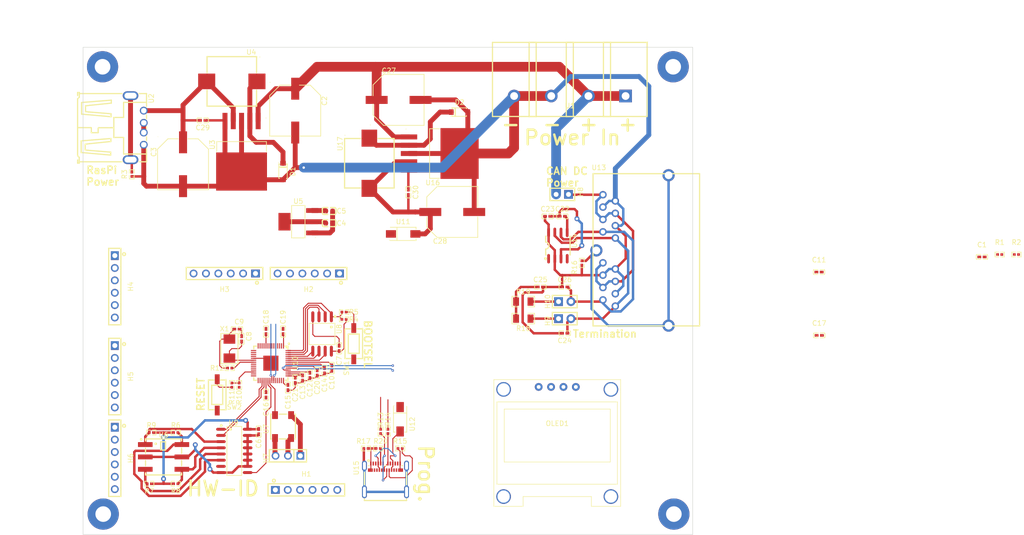
<source format=kicad_pcb>
(kicad_pcb (version 20221018) (generator pcbnew)
  (title_block (title "Dispensy Mainboard") (date "2024-01-12") (rev "0") (company "DrinkRobotics") (comment 1 "https://git.xythobuz.de/thomas/Dispensy") (comment 2 "Licensed under the CERN-OHL-S-2.0+") (comment 3 "PCB Thickness: 1mm") (comment 4 "Copyright (c) 2023 - 2024 Thomas Buck <thomas@xythobuz.de>"))
  (layers (0 "F.Cu" signal) (31 "B.Cu" signal) (34 "B.Paste" user) (35 "F.Paste" user) (36 "B.SilkS" user "B.Silkscreen") (37 "F.SilkS" user "F.Silkscreen") (38 "B.Mask" user) (39 "F.Mask" user) (44 "Edge.Cuts" user))
  (net 0 "")
  (net 1 "GND")
  (net 2 "+3.3V")
  (net 3 "+VDC")
  (net 4 "/External PSU/Vout")
  (net 5 "+5V")
  (net 6 "Net-(U10-XIN)")
  (net 7 "Net-(X1-OSC2)")
  (net 8 "+1V1")
  (net 9 "Net-(U14-CANH)")
  (net 10 "Net-(C25-Pad1)")
  (net 11 "Net-(U14-CANL)")
  (net 12 "/RP2040/5V PSU/Vout")
  (net 13 "Net-(U3-OUT)")
  (net 14 "Net-(U16-OUT)")
  (net 15 "/RP2040/ADC3")
  (net 16 "/RP2040/ADC2")
  (net 17 "/RP2040/ADC1")
  (net 18 "/RP2040/ADC0")
  (net 19 "/RP2040/IO3")
  (net 20 "/RP2040/IO2")
  (net 21 "/RP2040/IO1")
  (net 22 "/RP2040/IO0")
  (net 23 "/RP2040/IO7")
  (net 24 "/RP2040/IO6")
  (net 25 "/RP2040/IO5")
  (net 26 "/RP2040/IO4")
  (net 27 "/RP2040/IO11")
  (net 28 "/RP2040/IO10")
  (net 29 "/RP2040/IO9")
  (net 30 "/RP2040/IO8")
  (net 31 "/RP2040/IO15")
  (net 32 "/RP2040/IO14")
  (net 33 "/RP2040/IO13")
  (net 34 "/RP2040/IO12")
  (net 35 "/RP2040/Debug_Rx")
  (net 36 "/RP2040/Debug_Tx")
  (net 37 "/RP2040/Debug_Data")
  (net 38 "/RP2040/Debug_Clock")
  (net 39 "Net-(U7-DO)")
  (net 40 "Net-(H8-Pad1)")
  (net 41 "Net-(H9-Pad1)")
  (net 42 "Net-(H10-Pad1)")
  (net 43 "/RP2040/I2C_SCL")
  (net 44 "/RP2040/I2C_SDA")
  (net 45 "Net-(U2-SH1)")
  (net 46 "/RP2040/SPI_FLASH.SS")
  (net 47 "Net-(R5-Pad1)")
  (net 48 "Net-(U9-D7)")
  (net 49 "Net-(U9-D6)")
  (net 50 "Net-(U9-D5)")
  (net 51 "Net-(U9-D4)")
  (net 52 "Net-(U10-RUN)")
  (net 53 "Net-(R11-Pad2)")
  (net 54 "Net-(U10-XOUT)")
  (net 55 "/RP2040/USBC.DP")
  (net 56 "Net-(U10-USB_DP)")
  (net 57 "/RP2040/USBC.DM")
  (net 58 "Net-(U10-USB_DM)")
  (net 59 "Net-(U15-CC2)")
  (net 60 "Net-(R16-Pad1)")
  (net 61 "/RP2040/USBC.SHIELD")
  (net 62 "Net-(U15-CC1)")
  (net 63 "Net-(U2-D+)")
  (net 64 "/RP2040/LED_Din")
  (net 65 "/RP2040/SPI_FLASH.SD1")
  (net 66 "/RP2040/SPI_FLASH.SD2")
  (net 67 "/RP2040/SPI_FLASH.SD3")
  (net 68 "/RP2040/SPI_FLASH.SCLK")
  (net 69 "/RP2040/SPI_FLASH.SD0")
  (net 70 "/RP2040/SR_Load")
  (net 71 "/RP2040/SR_Clock")
  (net 73 "/RP2040/SR_Data")
  (net 74 "Net-(U10-GPIO24)")
  (net 75 "Net-(U10-GPIO25)")
  (net 76 "/RP2040/USBC.VBUS")
  (footprint "jlc_footprints:HDR-TH_3P-P2.54-V-F" (layer "F.Cu") (at 81 128.802545 180)
    (fp_text reference "H7")
    (fp_text value "WS2812")
  )
  (footprint "jlc_footprints:C0402" (layer "F.Cu") (at 84 112.84763 -90)
    (fp_text reference "C13")
    (fp_text value "1uF")
  )
  (footprint "jlc_footprints:R1206" (layer "F.Cu") (at 129.254966 97.157765)
    (fp_text reference "R19")
    (fp_text value "60R4")
  )
  (footprint "jlc_footprints:TO-263-5_L10.6-W9.6-P1.70-LS15.9-BR" (layer "F.Cu") (at 71.490456 65.284258 90)
    (fp_text reference "U3")
    (fp_text value "LM2576S-5_0_TR")
  )
  (footprint "jlc_footprints:R0402" (layer "F.Cu") (at 71 114.302545 -90)
    (fp_text reference "R10")
    (fp_text value "10K")
  )
  (footprint "jlc_footprints:CAP-SMD_BD10.0-L10.3-W10.3-FD" (layer "F.Cu") (at 103.690482 55.76762)
    (fp_text reference "C27")
    (fp_text value "100uF")
  )
  (footprint "jlc_footprints:HDR-TH_6P-P2.54-V-F" (layer "F.Cu") (at 45.5 94.072548 -90)
    (fp_text reference "H4")
    (fp_text value "IO_C")
  )
  (footprint "jlc_footprints:CONN-TH_4P-P7.62_L15.2-W31.7-EX4.2" (layer "F.Cu") (at 138.800464 54.967646 180)
    (fp_text reference "U1")
    (fp_text value "DBT50G-7_62-4P")
  )
  (footprint "jlc_footprints:R0402" (layer "F.Cu") (at 101.5 123.802545 -90)
    (fp_text reference "R14")
    (fp_text value "27R4")
  )
  (footprint "jlc_footprints:RJ45-TH_DS1129-05-S80BP-X" (layer "F.Cu") (at 151.640469 86.657765 90)
    (fp_text reference "U13")
    (fp_text value "CAN_IO")
  )
  (footprint "jlc_footprints:SOD-123_L2.8-W1.8-LS3.7-RD" (layer "F.Cu") (at 116.190482 58.26762)
    (fp_text reference "D2")
    (fp_text value "MBR340F")
  )
  (footprint "jlc_footprints:C0402" (layer "F.Cu") (at 134.254966 79.657765 180)
    (fp_text reference "C23")
    (fp_text value "47nF")
  )
  (footprint "jlc_footprints:C0402" (layer "F.Cu") (at 189.893451 91.095)
    (fp_text reference "C11")
    (fp_text value "100nF")
  )
  (footprint "jlc_footprints:CAP-SMD_BD10.0-L10.3-W10.3-FD" (layer "F.Cu") (at 82.490456 57.967646 -90)
    (fp_text reference "C2")
    (fp_text value "100uF")
  )
  (footprint "jlc_footprints:R0402" (layer "F.Cu") (at 58 124.03813)
    (fp_text reference "R6")
    (fp_text value "10K")
  )
  (footprint "jlc_footprints:C0402" (layer "F.Cu") (at 223.298451 88)
    (fp_text reference "C1")
    (fp_text value "100nF")
  )
  (footprint "jlc_footprints:R0402" (layer "F.Cu") (at 100 123.802545 -90)
    (fp_text reference "R13")
    (fp_text value "27R4")
  )
  (footprint "jlc_footprints:C0402" (layer "F.Cu") (at 82.5 113.302545 -90)
    (fp_text reference "C21")
    (fp_text value "100nF")
  )
  (footprint "jlc_footprints:C0402" (layer "F.Cu") (at 137.754966 94.157765)
    (fp_text reference "C26")
    (fp_text value "100pF")
  )
  (footprint "jlc_footprints:HDR-TH_6P-P2.54-V-F" (layer "F.Cu") (at 45.5 129.302545 -90)
    (fp_text reference "H6")
    (fp_text value "Debug")
  )
  (footprint "jlc_footprints:C0402" (layer "F.Cu") (at 76.5 116.302545 -90)
    (fp_text reference "C16")
    (fp_text value "100nF")
  )
  (footprint "jlc_footprints:SOT-223-4_L6.5-W3.5-P2.30-LS7.0-BR" (layer "F.Cu") (at 83.125096 80.76762)
    (fp_text reference "U5")
    (fp_text value "AMS1117-3_3_C347222")
  )
  (footprint "jlc_footprints:SOIC-8_L5.0-W4.0-P1.27-LS6.0-BL" (layer "F.Cu") (at 136.349962 85.657765)
    (fp_text reference "U14")
    (fp_text value "TJA1042T_3_1J")
  )
  (footprint "jlc_footprints:LED-SMD_4P-L5.0-W5.0-LS5.4-TL-1" (layer "F.Cu") (at 80 122.802545 90)
    (fp_text reference "U7")
    (fp_text value "WS2812E-V5")
  )
  (footprint "MountingHole:MountingHole_3.2mm_M3_Pad_TopBottom" (layer "F.Cu") (at 159.990456 48.967646)
    (fp_text reference "H12" hide)
    (fp_text value "MountingHole" hide)
  )
  (footprint "jlc_footprints:HDR-TH_6P-P2.54-V-F" (layer "F.Cu") (at 84.770003 135.802545)
    (fp_text reference "H1")
    (fp_text value "IO_ADC")
  )
  (footprint "jlc_footprints:R0402" (layer "F.Cu") (at 48.990456 71.034829 90)
    (fp_text reference "R3")
    (fp_text value "1M")
  )
  (footprint "jlc_footprints:C0402" (layer "F.Cu") (at 91.5 106.75746 90)
    (fp_text reference "C7")
    (fp_text value "100nF")
  )
  (footprint "jlc_footprints:C0402" (layer "F.Cu") (at 70.544958 102.802545 180)
    (fp_text reference "C9")
    (fp_text value "27p")
  )
  (footprint "jlc_footprints:HDR-TH_2P-P2.54-V-M-1" (layer "F.Cu") (at 137.254966 75.157765 180)
    (fp_text reference "H8")
    (fp_text value "PWR")
  )
  (footprint "jlc_footprints:HDR-TH_6P-P2.54-V-F" (layer "F.Cu") (at 85.230124 91.392588 180)
    (fp_text reference "H2")
    (fp_text value "IO_A")
  )
  (footprint "jlc_footprints:R0402" (layer "F.Cu") (at 226.932817 87.5)
    (fp_text reference "R1")
    (fp_text value "10K")
  )
  (footprint "jlc_footprints:R0402" (layer "F.Cu") (at 99.5 127.302545 180)
    (fp_text reference "R20")
    (fp_text value "5K1")
  )
  (footprint "jlc_footprints:C0402" (layer "F.Cu") (at 76.5 103.302545 90)
    (fp_text reference "C18")
    (fp_text value "100nF")
  )
  (footprint "jlc_footprints:USB-C-SMD_TYPE-C-USB-18" (layer "F.Cu") (at 101 133.302545)
    (fp_text reference "U15")
    (fp_text value "USB-C")
  )
  (footprint "jlc_footprints:C0402" (layer "F.Cu") (at 85.5 112.302545 -90)
    (fp_text reference "C12")
    (fp_text value "1uF")
  )
  (footprint "jlc_footprints:OSC-SMD_2P-L5.0-W3.2" (layer "F.Cu") (at 68.999873 106.802545 90)
    (fp_text reference "X1")
    (fp_text value "12MHz")
  )
  (footprint "jlc_footprints:SW-SMD_L6.1-W3.6-LS6.6" (layer "F.Cu") (at 94.5 105.802545 -90)
    (fp_text reference "SW1")
    (fp_text value "BOOTSEL")
  )
  (footprint "MountingHole:MountingHole_3.2mm_M3_Pad_TopBottom" (layer "F.Cu") (at 42.990456 48.967646)
    (fp_text reference "H11" hide)
    (fp_text value "MountingHole" hide)
  )
  (footprint "jlc_footprints:TO-263-5_L10.6-W9.6-P1.70-LS15.9-BR" (layer "F.Cu") (at 111.007094 66.76762 180)
    (fp_text reference "U16")
    (fp_text value "LM2576S-5_0_TR")
  )
  (footprint "jlc_footprints:R0402" (layer "F.Cu") (at 69.5 114.302545 -90)
    (fp_text reference "R11")
    (fp_text value "1K")
  )
  (footprint "jlc_footprints:R0402" (layer "F.Cu") (at 69.067056 110.802545)
    (fp_text reference "R12")
    (fp_text value "1K")
  )
  (footprint "jlc_footprints:HDR-TH_6P-P2.54-V-F" (layer "F.Cu") (at 68.000127 91.392588 180)
    (fp_text reference "H3")
    (fp_text value "IO_B")
  )
  (footprint "jlc_footprints:SW-SMD_L6.1-W3.6-LS6.6" (layer "F.Cu") (at 66.5 116.302545 -90)
    (fp_text reference "SW2")
    (fp_text value "RESET")
  )
  (footprint "jlc_footprints:R0402" (layer "F.Cu") (at 97 127.302545)
    (fp_text reference "R17")
    (fp_text value "1M")
  )
  (footprint "jlc_footprints:R0402" (layer "F.Cu") (at 92.5 100.802545 180)
    (fp_text reference "R4")
    (fp_text value "10K")
  )
  (footprint "jlc_footprints:R0402" (layer "F.Cu") (at 104 127.302545 180)
    (fp_text reference "R15")
    (fp_text value "5K1")
  )
  (footprint "jlc_footprints:C0402" (layer "F.Cu") (at 87 111.802545 -90)
    (fp_text reference "C20")
    (fp_text value "100nF")
  )
  (footprint "jlc_footprints:SOIC-8_L5.3-W5.3-P1.27-LS8.0-BL" (layer "F.Cu") (at 88 103.802545 180)
    (fp_text reference "U8")
    (fp_text value "W25Q128JVSIQ")
  )
  (footprint "jlc_footprints:C0402" (layer "F.Cu") (at 137.754966 103.657765 180)
    (fp_text reference "C24")
    (fp_text value "100pF")
  )
  (footprint "jlc_footprints:SMA_L4.4-W2.8-LS5.4-R-RD" (layer "F.Cu") (at 104.625096 83.26762)
    (fp_text reference "U11")
    (fp_text value "SS54_C22452")
  )
  (footprint "MountingHole:MountingHole_3.2mm_M3_Pad_TopBottom" (layer "F.Cu") (at 160.125096 140.76762)
    (fp_text reference "H14" hide)
    (fp_text value "MountingHole" hide)
  )
  (footprint "jlc_footprints:CAP-SMD_BD10.0-L10.3-W10.3-LS11.3-FD" (layer "F.Cu") (at 59.490456 68.967646 -90)
    (fp_text reference "C3")
    (fp_text value "1000uF")
  )
  (footprint "jlc_footprints:CAP-SMD_BD10.0-L10.3-W10.3-LS11.3-FD" (layer "F.Cu") (at 114.690482 78.76762)
    (fp_text reference "C28")
    (fp_text value "1000uF")
  )
  (footprint "jlc_footprints:C0402" (layer "F.Cu") (at 90 110.802545 -90)
    (fp_text reference "C10")
    (fp_text value "100nF")
  )
  (footprint "jlc_footprints:C0603" (layer "F.Cu") (at 89.459996 78.567595)
    (fp_text reference "C5")
    (fp_text value "10uF")
  )
  (footprint "jlc_footprints:C0402" (layer "F.Cu") (at 80 103.302545 90)
    (fp_text reference "C19")
    (fp_text value "100nF")
  )
  (footprint "jlc_footprints:C0402" (layer "F.Cu") (at 81 114.802545 -90)
    (fp_text reference "C15")
    (fp_text value "100nF")
  )
  (footprint "jlc_footprints:R0402" (layer "F.Cu") (at 141.254966 89.224948 -90)
    (fp_text reference "R16")
    (fp_text value "1M")
  )
  (footprint "jlc_footprints:SMA_L4.4-W2.8-LS5.4-R-RD" (layer "F.Cu") (at 104 121.302545 -90)
    (fp_text reference "U12")
    (fp_text value "SS54_C22452")
  )
  (footprint "jlc_footprints:R0402" (layer "F.Cu") (at 92.5 99.302545 180)
    (fp_text reference "R5")
    (fp_text value "1K")
  )
  (footprint "jlc_footprints:SW-SMD_SM_SKCR-16S" (layer "F.Cu") (at 55.5 129.03813 90)
    (fp_text reference "U6")
    (fp_text value "SKCR-16S")
  )
  (footprint "jlc_footprints:C0603" (layer "F.Cu") (at 89.459996 81.067595)
    (fp_text reference "C4")
    (fp_text value "10uF")
  )
  (footprint "jlc_footprints:C0402" (layer "F.Cu") (at 132.754966 94.157765)
    (fp_text reference "C25")
    (fp_text value "4.7nF")
  )
  (footprint "jlc_footprints:C0402" (layer "F.Cu") (at 88.5 111.34763 -90)
    (fp_text reference "C14")
    (fp_text value "100nF")
  )
  (footprint "jlc_footprints:R1206" (layer "F.Cu") (at 129.254966 100.657765 180)
    (fp_text reference "R18")
    (fp_text value "60R4")
  )
  (footprint "jlc_footprints:USB-A-TH_USB-302-T" (layer "F.Cu") (at 50.081769 61.467646 -90)
    (fp_text reference "U2")
    (fp_text value "USB-A")
  )
  (footprint "jlc_footprints:C0402" (layer "F.Cu") (at 75 123.84763 90)
    (fp_text reference "C6")
    (fp_text value "100nF")
  )
  (footprint "jlc_footprints:SOIC-16_L9.9-W3.9-P1.27-LS6.0-BL" (layer "F.Cu") (at 70 127.802545 -90)
    (fp_text reference "U9")
    (fp_text value "74HC165D,653")
  )
  (footprint "jlc_footprints:R0402" (layer "F.Cu") (at 230.365634 87.5)
    (fp_text reference "R2")
    (fp_text value "10K")
  )
  (footprint "MountingHole:MountingHole_3.2mm_M3_Pad_TopBottom" (layer "F.Cu") (at 43.125096 140.76762)
    (fp_text reference "H13" hide)
    (fp_text value "MountingHole" hide)
  )
  (footprint "jlc_footprints:SOD-123_L2.8-W1.8-LS3.7-RD" (layer "F.Cu") (at 79.990456 70.467646 -90)
    (fp_text reference "D1")
    (fp_text value "MBR340F")
  )
  (footprint "jlc_footprints:IND-SMD_L11.5-W10.0_YSPI1050" (layer "F.Cu") (at 97.690482 68.76762 -90)
    (fp_text reference "U17")
    (fp_text value "100uH")
  )
  (footprint "jlc_footprints:LQFN-56_L7.0-W7.0-P0.4-EP" (layer "F.Cu") (at 77.499873 109.802545 -90)
    (fp_text reference "U10")
    (fp_text value "RP2040")
  )
  (footprint "jlc_footprints:HDR-TH_6P-P2.54-V-F" (layer "F.Cu") (at 45.5 112.532542 -90)
    (fp_text reference "H5")
    (fp_text value "IO_D")
  )
  (footprint "jlc_footprints:IND-SMD_L11.5-W10.0_YSPI1050" (layer "F.Cu") (at 69.490456 51.967646 180)
    (fp_text reference "U4")
    (fp_text value "100uH")
  )
  (footprint "jlc_footprints:R0402" (layer "F.Cu") (at 58 134.53813)
    (fp_text reference "R8")
    (fp_text value "10K")
  )
  (footprint "jlc_footprints:C0402" (layer "F.Cu") (at 71.499873 104.802545 -90)
    (fp_text reference "C8")
    (fp_text value "27p")
  )
  (footprint "jlc_footprints:C0402" (layer "F.Cu") (at 63.535541 59.967646 180)
    (fp_text reference "C29")
    (fp_text value "100nF")
  )
  (footprint "jlc_footprints:R0402" (layer "F.Cu") (at 53 124.03813 180)
    (fp_text reference "R9")
    (fp_text value "10K")
  )
  (footprint "extern:SSD1306_0.96_Oled" (layer "F.Cu") (at 123.220096 139.17262)
    (fp_text reference "OLED1")
    (fp_text value "SSD1306")
  )
  (footprint "jlc_footprints:C0402" (layer "F.Cu") (at 137.254966 79.657765)
    (fp_text reference "C22")
    (fp_text value "100nF")
  )
  (footprint "jlc_footprints:C0402" (layer "F.Cu") (at 189.938536 104.095)
    (fp_text reference "C17")
    (fp_text value "100nF")
  )
  (footprint "jlc_footprints:HDR-TH_2P-P2.54-V-M-1" (layer "F.Cu") (at 137.754966 97.157765)
    (fp_text reference "H10")
    (fp_text value "T_CL")
  )
  (footprint "jlc_footprints:R0402" (layer "F.Cu") (at 52.567183 134.53813 180)
    (fp_text reference "R7")
    (fp_text value "10K")
  )
  (footprint "jlc_footprints:HDR-TH_2P-P2.54-V-M-1" (layer "F.Cu") (at 137.754966 100.657765)
    (fp_text reference "H9")
    (fp_text value "T_CH")
  )
  (footprint "jlc_footprints:C0402" (layer "F.Cu") (at 105.690482 74.722535 -90)
    (fp_text reference "C30")
    (fp_text value "100nF")
  )
  (gr_rect (start 38.990456 44.967646) (end 163.990456 144.967646) (stroke (width 0.1)) (fill none) (layer "Edge.Cuts"))
  (gr_text "BOOTSEL" (at 96.5 100.802545 -90) (layer "F.SilkS") (effects (font (size 1.5 1.5) (thickness 0.3) bold) (justify left bottom)))
  (gr_text "Power In" (at 129.125096 65.26762) (layer "F.SilkS") (effects (font (size 3 3) (thickness 0.5) bold) (justify left bottom)))
  (gr_text "-" (at 124.490456 62.467646) (layer "F.SilkS") (effects (font (size 3 3) (thickness 0.5) bold) (justify left bottom)))
  (gr_text "Termination" (at 139.254966 104.657765) (layer "F.SilkS") (effects (font (size 1.5 1.5) (thickness 0.3) bold) (justify left bottom)))
  (gr_text "+" (at 140.490456 62.467646) (layer "F.SilkS") (effects (font (size 3 3) (thickness 0.5) bold) (justify left bottom)))
  (gr_text "RasPi\nPower" (at 39.490456 73.467646) (layer "F.SilkS") (effects (font (size 1.5 1.5) (thickness 0.3) bold) (justify left bottom)))
  (gr_text "HW-ID" (at 60 137.302545) (layer "F.SilkS") (effects (font (size 3 3) (thickness 0.5) bold) (justify left bottom)))
  (gr_text "Prog." (at 107.5 126.302545 -90) (layer "F.SilkS") (effects (font (size 3 3) (thickness 0.5) bold) (justify left bottom)))
  (gr_text "+" (at 148.490456 62.467646) (layer "F.SilkS") (effects (font (size 3 3) (thickness 0.5) bold) (justify left bottom)))
  (gr_text "RESET" (at 64 119.802545 90) (layer "F.SilkS") (effects (font (size 1.5 1.5) (thickness 0.3) bold) (justify left bottom)))
  (gr_text "CAN DC\nPower" (at 133.754966 73.657765) (layer "F.SilkS") (effects (font (size 1.5 1.5) (thickness 0.3) bold) (justify left bottom)))
  (gr_text "-" (at 132.990456 62.467646) (layer "F.SilkS") (effects (font (size 3 3) (thickness 0.5) bold) (justify left bottom)))
  (segment (start 82.490456 69.660051) (end 79.990456 72.160051) (width 1) (layer "F.Cu") (net 1))
  (segment (start 79.990456 72.160051) (end 73.182861 72.160051) (width 1) (layer "F.Cu") (net 1))
  (segment (start 83.545085 113.84763) (end 84 113.392715) (width 0.2) (layer "F.Cu") (net 1))
  (segment (start 72.735585 128.437546) (end 72.735585 127.167544) (width 0.5) (layer "F.Cu") (net 1))
  (segment (start 87 112.34763) (end 88.045085 112.34763) (width 0.2) (layer "F.Cu") (net 1))
  (segment (start 71.490456 60.10087) (end 71.490456 70.467646) (width 1) (layer "F.Cu") (net 1))
  (segment (start 97.432817 127.302545) (end 98 127.302545) (width 0.5) (layer "F.Cu") (net 1))
  (segment (start 104 127.872547) (end 103.567183 127.43973) (width 0.2) (layer "F.Cu") (net 1))
  (segment (start 137.209881 94.157765) (end 137.209881 91.782733) (width 0.5) (layer "F.Cu") (net 1))
  (segment (start 62 126.53813) (end 62 127.53813) (width 0.5) (layer "F.Cu") (net 1))
  (segment (start 51.990329 73.467519) (end 59.490456 73.467519) (width 1) (layer "F.Cu") (net 1))
  (segment (start 117.882887 65.075215) (end 116.190482 66.76762) (width 1) (layer "F.Cu") (net 1))
  (segment (start 119.190355 78.76762) (end 119.190355 69.767493) (width 1) (layer "F.Cu") (net 1))
  (segment (start 91 104.302545) (end 91.5 104.802545) (width 0.2) (layer "F.Cu") (net 1))
  (segment (start 86.5 112.84763) (end 87 112.34763) (width 0.2) (layer "F.Cu") (net 1))
  (segment (start 133.125096 95.26762) (end 133.300051 95.092665) (width 0.5) (layer "F.Cu") (net 1))
  (segment (start 129.625096 95.26762) (end 133.125096 95.26762) (width 0.5) (layer "F.Cu") (net 1))
  (segment (start 86.5 104.302545) (end 91 104.302545) (width 0.2) (layer "F.Cu") (net 1))
  (segment (start 148.125458 90.467646) (end 150.254966 88.338138) (width 0.5) (layer "F.Cu") (net 1))
  (segment (start 68.490583 73.467519) (end 71.490456 70.467646) (width 1) (layer "F.Cu") (net 1))
  (segment (start 71.090043 102.802545) (end 71.499873 103.212375) (width 0.2) (layer "F.Cu") (net 1))
  (segment (start 135.714961 90.61776) (end 136.834849 91.737648) (width 0.5) (layer "F.Cu") (net 1))
  (segment (start 112.790431 70.167671) (end 116.190482 66.76762) (width 1) (layer "F.Cu") (net 1))
  (segment (start 72.735585 129.707549) (end 72.735585 128.437546) (width 0.5) (layer "F.Cu") (net 1))
  (segment (start 98 130.392588) (end 98 131.642525) (width 0.2) (layer "F.Cu") (net 1))
  (segment (start 129.125096 95.76762) (end 129.625096 95.26762) (width 0.5) (layer "F.Cu") (net 1))
  (segment (start 104 131.642525) (end 104.100076 131.742601) (width 0.2) (layer "F.Cu") (net 1))
  (segment (start 117.882887 58.26762) (end 117.882887 65.075215) (width 1) (layer "F.Cu") (net 1))
  (segment (start 103.567183 127.43973) (end 103.567183 127.302545) (width 0.2) (layer "F.Cu") (net 1))
  (segment (start 131.37949 103.657765) (end 129.125096 101.403371) (width 0.5) (layer "F.Cu") (net 1))
  (segment (start 83.540005 128.802545) (end 83.540005 122.342423) (width 1) (layer "F.Cu") (net 1))
  (segment (start 74.765176 124.627539) (end 75 124.392715) (width 0.5) (layer "F.Cu") (net 1))
  (segment (start 89.454915 111.892715) (end 90 111.34763) (width 0.2) (layer "F.Cu") (net 1))
  (segment (start 81 115.34763) (end 81.954915 115.34763) (width 0.2) (layer "F.Cu") (net 1))
  (segment (start 88.045085 112.34763) (end 88.5 111.892715) (width 0.2) (layer "F.Cu") (net 1))
  (segment (start 90.160021 78.567595) (end 90.160021 81.067595) (width 1) (layer "F.Cu") (net 1))
  (segment (start 98 127.302545) (end 99.067183 127.302545) (width 0.5) (layer "F.Cu") (net 1))
  (segment (start 82.5 113.84763) (end 83.545085 113.84763) (width 0.2) (layer "F.Cu") (net 1))
  (segment (start 73.182861 72.160051) (end 71.490456 70.467646) (width 1) (layer "F.Cu") (net 1))
  (segment (start 141.254966 89.657765) (end 141.254966 91.737648) (width 0.5) (layer "F.Cu") (net 1))
  (segment (start 82.490456 62.467519) (end 82.490456 69.660051) (width 1) (layer "F.Cu") (net 1))
  (segment (start 82.5 114.802545) (end 82.5 113.84763) (width 0.2) (layer "F.Cu") (net 1))
  (segment (start 108.190355 55.76762) (end 115.382887 55.76762) (width 1) (layer "F.Cu") (net 1))
  (segment (start 73.949835 108.802545) (end 76.5 108.802545) (width 0.2) (layer "F.Cu") (net 1))
  (segment (start 72.735585 130.977551) (end 72.735585 129.707549) (width 0.5) (layer "F.Cu") (net 1))
  (segment (start 69.61557 132.247554) (end 67.264415 132.247554) (width 0.5) (layer "F.Cu") (net 1))
  (segment (start 98 130.392588) (end 98 127.302545) (width 0.2) (layer "F.Cu") (net 1))
  (segment (start 90.160021 82.517595) (end 90.160021 81.067595) (width 1) (layer "F.Cu") (net 1))
  (segment (start 81.954915 115.34763) (end 82.5 114.802545) (width 0.2) (layer "F.Cu") (net 1))
  (segment (start 134.990456 54.967646) (end 127.370441 54.967646) (width 2) (layer "F.Cu") (net 1))
  (segment (start 105.823706 66.76762) (end 116.190482 66.76762) (width 1) (layer "F.Cu") (net 1))
  (segment (start 134.444958 81.347757) (end 133.709881 80.61268) (width 0.5) (layer "F.Cu") (net 1))
  (segment (start 62 127.53813) (end 60.5 129.03813) (width 0.5) (layer "F.Cu") (net 1))
  (segment (start 68.090405 60.10087) (end 68.090405 67.067595) (width 1) (layer "F.Cu") (net 1))
  (segment (start 86.094996 103.897541) (end 86.5 104.302545) (width 0.2) (layer "F.Cu") (net 1))
  (segment (start 119.190355 69.767493) (end 116.190482 66.76762) (width 1) (layer "F.Cu") (net 1))
  (segment (start 51.436735 71.467646) (end 51.436735 72.913925) (width 1) (layer "F.Cu") (net 1))
  (segment (start 135.714961 86.61776) (end 134.444958 85.347757) (width 0.5) (layer "F.Cu") (net 1))
  (segment (start 133.300051 95.092665) (end 133.300051 94.157765) (width 0.5) (layer "F.Cu") (net 1))
  (segment (start 91.5 104.802545) (end 91.5 106.212375) (width 0.2) (layer "F.Cu") (net 1))
  (segment (start 126.190482 66.76762) (end 116.190482 66.76762) (width 2) (layer "F.Cu") (net 1))
  (segment (start 98 131.642525) (end 97.899924 131.742601) (width 0.2) (layer "F.Cu") (net 1))
  (segment (start 104 130.392588) (end 104 131.642525) (width 0.2) (layer "F.Cu") (net 1))
  (segment (start 72.735585 130.977551) (end 70.885573 130.977551) (width 0.5) (layer "F.Cu") (net 1))
  (segment (start 129.125096 101.403371) (end 129.125096 95.76762) (width 0.5) (layer "F.Cu") (net 1))
  (segment (start 127.370441 54.967646) (end 127.370441 65.587661) (width 2) (layer "F.Cu") (net 1))
  (segment (start 104 130.392588) (end 104 127.872547) (width 0.2) (layer "F.Cu") (net 1))
  (segment (start 59.490456 73.467519) (end 68.490583 73.467519) (width 1) (layer "F.Cu") (net 1))
  (segment (start 72.735585 124.627539) (end 72.735585 125.897541) (width 0.5) (layer "F.Cu") (net 1))
  (segment (start 72.735585 124.627539) (end 74.765176 124.627539) (width 0.5) (layer "F.Cu") (net 1))
  (segment (start 150.254966 83.707136) (end 148.125458 81.577628) (width 0.5) (layer "F.Cu") (net 1))
  (segment (start 85.5 112.84763) (end 86.5 112.84763) (width 0.2) (layer "F.Cu") (net 1))
  (segment (start 89.610021 83.067595) (end 90.160021 82.517595) (width 1) (layer "F.Cu") (net 1))
  (segment (start 134.444958 85.347757) (end 134.444958 82.95266) (width 0.5) (layer "F.Cu") (net 1))
  (segment (start 137.209881 103.657765) (end 131.37949 103.657765) (width 0.5) (layer "F.Cu") (net 1))
  (segment (start 68.090405 67.067595) (end 71.490456 70.467646) (width 1) (layer "F.Cu") (net 1))
  (segment (start 65.709424 132.247554) (end 65 131.53813) (width 0.5) (layer "F.Cu") (net 1))
  (segment (start 51.436735 64.967773) (end 51.436735 71.467646) (width 1) (layer "F.Cu") (net 1))
  (segment (start 137.254966 91.737648) (end 141.254966 91.737648) (width 0.5) (layer "F.Cu") (net 1))
  (segment (start 150.254966 88.338138) (end 150.254966 83.707136) (width 0.5) (layer "F.Cu") (net 1))
  (segment (start 64.080626 59.967646) (end 67.957181 59.967646) (width 0.5) (layer "F.Cu") (net 1))
  (segment (start 86.094996 100.272446) (end 86.094996 103.897541) (width 0.2) (layer "F.Cu") (net 1))
  (segment (start 133.709881 79.657765) (end 133.709881 80.61268) (width 0.5) (layer "F.Cu") (net 1))
  (segment (start 60.5 129.03813) (end 59.250064 129.03813) (width 0.5) (layer "F.Cu") (net 1))
  (segment (start 105.690482 70.300895) (end 105.823706 70.167671) (width 0.5) (layer "F.Cu") (net 1))
  (segment (start 105.823706 70.167671) (end 112.790431 70.167671) (width 1) (layer "F.Cu") (net 1))
  (segment (start 134.444958 82.95266) (end 134.444958 81.347757) (width 0.5) (layer "F.Cu") (net 1))
  (segment (start 76.5 108.802545) (end 77.5 109.802545) (width 0.2) (layer "F.Cu") (net 1))
  (segment (start 71.499873 103.212375) (end 71.499873 104.25746) (width 0.2) (layer "F.Cu") (net 1))
  (segment (start 51.436735 72.913925) (end 51.990329 73.467519) (width 1) (layer "F.Cu") (net 1))
  (segment (start 48.990456 71.467646) (end 51.436735 71.467646) (width 0.5) (layer "F.Cu") (net 1))
  (segment (start 127.370441 65.587661) (end 126.190482 66.76762) (width 2) (layer "F.Cu") (net 1))
  (segment (start 51.749936 129.03813) (end 59.250064 129.03813) (width 0.5) (layer "F.Cu") (net 1))
  (segment (start 67.264415 132.247554) (end 65.709424 132.247554) (width 0.5) (layer "F.Cu") (net 1))
  (segment (start 141.254966 91.737648) (end 145.585452 91.737648) (width 0.5) (layer "F.Cu") (net 1))
  (segment (start 115.382887 55.76762) (end 117.882887 58.26762) (width 1) (layer "F.Cu") (net 1))
  (segment (start 136.834849 91.737648) (end 137.254966 91.737648) (width 0.5) (layer "F.Cu") (net 1))
  (segment (start 85.959996 83.067595) (end 89.610021 83.067595) (width 1) (layer "F.Cu") (net 1))
  (segment (start 70.885573 130.977551) (end 69.61557 132.247554) (width 0.5) (layer "F.Cu") (net 1))
  (segment (start 105.690482 74.17745) (end 105.690482 70.300895) (width 0.5) (layer "F.Cu") (net 1))
  (segment (start 137.209881 94.157765) (end 133.300051 94.157765) (width 0.5) (layer "F.Cu") (net 1))
  (segment (start 67.957181 59.967646) (end 68.090405 60.10087) (width 0.5) (layer "F.Cu") (net 1))
  (segment (start 82.490456 69.660051) (end 84.232665 69.660051) (width 1) (layer "F.Cu") (net 1))
  (segment (start 84.954915 113.392715) (end 85.5 112.84763) (width 0.2) (layer "F.Cu") (net 1))
  (segment (start 88.5 111.892715) (end 89.454915 111.892715) (width 0.2) (layer "F.Cu") (net 1))
  (segment (start 135.714961 88.36287) (end 135.714961 86.61776) (width 0.5) (layer "F.Cu") (net 1))
  (segment (start 135.714961 88.36287) (end 135.714961 90.61776) (width 0.5) (layer "F.Cu") (net 1))
  (segment (start 137.209881 91.782733) (end 137.254966 91.737648) (width 0.5) (layer "F.Cu") (net 1))
  (segment (start 72.735585 127.167544) (end 72.735585 125.897541) (width 0.5) (layer "F.Cu") (net 1))
  (segment (start 84 113.392715) (end 84.954915 113.392715) (width 0.2) (layer "F.Cu") (net 1))
  (segment (start 83.540005 122.342423) (end 81.650114 120.452532) (width 1) (layer "F.Cu") (net 1))
  (via (at 65 131.53813) (size 1) (drill 0.5) (layers "F.Cu" "B.Cu") (net 1))
  (via (at 84.232665 69.660051) (size 1) (drill 0.5) (layers "F.Cu" "B.Cu") (net 1))
  (via (at 62 126.53813) (size 1) (drill 0.5) (layers "F.Cu" "B.Cu") (net 1))
  (segment (start 112.678036 69.660051) (end 127.370441 54.967646) (width 2) (layer "B.Cu") (net 1))
  (segment (start 149.754966 92.097154) (end 148.125458 90.467646) (width 0.5) (layer "B.Cu") (net 1))
  (segment (start 146.855454 90.467646) (end 145.585452 91.737648) (width 0.5) (layer "B.Cu") (net 1))
  (segment (start 62 127.53813) (end 62 126.53813) (width 0.5) (layer "B.Cu") (net 1))
  (segment (start 149.754966 93.918148) (end 149.754966 92.097154) (width 0.5) (layer "B.Cu") (net 1))
  (segment (start 65 130.53813) (end 62 127.53813) (width 0.5) (layer "B.Cu") (net 1))
  (segment (start 148.125458 90.467646) (end 146.855454 90.467646) (width 0.5) (layer "B.Cu") (net 1))
  (segment (start 138.990456 50.967646) (end 134.990456 54.967646) (width 1) (layer "B.Cu") (net 1))
  (segment (start 148.125458 81.577628) (end 149.335103 81.577628) (width 0.5) (layer "B.Cu") (net 1))
  (segment (start 146.855454 76.497618) (end 145.585452 77.76762) (width 0.5) (layer "B.Cu") (net 1))
  (segment (start 65 131.53813) (end 65 130.53813) (width 0.5) (layer "B.Cu") (net 1))
  (segment (start 149.754966 78.127126) (end 148.125458 76.497618) (width 0.5) (layer "B.Cu") (net 1))
  (segment (start 149.335103 81.577628) (end 149.754966 81.157765) (width 0.5) (layer "B.Cu") (net 1))
  (segment (start 84.232665 69.660051) (end 112.678036 69.660051) (width 2) (layer "B.Cu") (net 1))
  (segment (start 152.990456 50.967646) (end 138.990456 50.967646) (width 1) (layer "B.Cu") (net 1))
  (segment (start 148.125458 95.547656) (end 149.754966 93.918148) (width 0.5) (layer "B.Cu") (net 1))
  (segment (start 154.990456 62.967646) (end 154.990456 52.967646) (width 1) (layer "B.Cu") (net 1))
  (segment (start 154.990456 52.967646) (end 152.990456 50.967646) (width 1) (layer "B.Cu") (net 1))
  (segment (start 148.125458 76.497618) (end 146.855454 76.497618) (width 0.5) (layer "B.Cu") (net 1))
  (segment (start 149.754966 81.157765) (end 149.754966 78.127126) (width 0.5) (layer "B.Cu") (net 1))
  (segment (start 148.125458 69.832644) (end 154.990456 62.967646) (width 1) (layer "B.Cu") (net 1))
  (segment (start 148.125458 76.497618) (end 148.125458 69.832644) (width 1) (layer "B.Cu") (net 1))
  (segment (start 81.049911 112.402494) (end 82.145034 112.402494) (width 0.2) (layer "F.Cu") (net 2))
  (segment (start 72.735585 123.357536) (end 74.945009 123.357536) (width 0.5) (layer "F.Cu") (net 2))
  (segment (start 92 107.302545) (end 92.5 106.802545) (width 0.2) (layer "F.Cu") (net 2))
  (segment (start 80.099949 103.947579) (end 80 103.84763) (width 0.2) (layer "F.Cu") (net 2))
  (segment (start 83.699898 112.002443) (end 84 112.302545) (width 0.2) (layer "F.Cu") (net 2))
  (segment (start 87.699898 110.002443) (end 88.5 110.802545) (width 0.2) (layer "F.Cu") (net 2))
  (segment (start 72.735585 121.948721) (end 72.324994 121.53813) (width 0.5) (layer "F.Cu") (net 2))
  (segment (start 89.905004 107.332644) (end 91.469901 107.332644) (width 0.2) (layer "F.Cu") (net 2))
  (segment (start 57.567183 134.53813) (end 55.5 134.53813) (width 0.5) (layer "F.Cu") (net 2))
  (segment (start 76.5 113.35271) (end 76.5 115.75746) (width 0.2) (layer "F.Cu") (net 2))
  (segment (start 88.459996 80.76762) (end 88.759971 81.067595) (width 1) (layer "F.Cu") (net 2))
  (segment (start 138.254966 80.11268) (end 137.800051 79.657765) (width 0.5) (layer "F.Cu") (net 2))
  (segment (start 138.254966 82.95266) (end 138.254966 80.11268) (width 0.5) (layer "F.Cu") (net 2))
  (segment (start 82.954915 112.302545) (end 82.5 112.75746) (width 0.2) (layer "F.Cu") (net 2))
  (segment (start 91.5 107.302545) (end 92 107.302545) (width 0.2) (layer "F.Cu") (net 2))
  (segment (start 91.469901 107.332644) (end 91.5 107.302545) (width 0.2) (layer "F.Cu") (net 2))
  (segment (start 55.5 134.53813) (end 53 134.53813) (width 0.5) (layer "F.Cu") (net 2))
  (segment (start 88.5 110.802545) (end 87.454915 110.802545) (width 0.2) (layer "F.Cu") (net 2))
  (segment (start 80.099949 113.902494) (end 80.454915 114.25746) (width 0.2) (layer "F.Cu") (net 2))
  (segment (start 84 112.302545) (end 82.954915 112.302545) (width 0.2) (layer "F.Cu") (net 2))
  (segment (start 85.959996 80.76762) (end 88.459996 80.76762) (width 1) (layer "F.Cu") (net 2))
  (segment (start 81.049911 110.002443) (end 87.699898 110.002443) (width 0.2) (layer "F.Cu") (net 2))
  (segment (start 80.099949 113.35271) (end 80.099949 113.902494) (width 0.2) (layer "F.Cu") (net 2))
  (segment (start 92.5 106.802545) (end 92.5 101.802545) (width 0.2) (layer "F.Cu") (net 2))
  (segment (start 55.5 133.53813) (end 55.5 134.53813) (width 0.5) (layer "F.Cu") (net 2))
  (segment (start 85.959996 80.76762) (end 80.290196 80.76762) (width 1) (layer "F.Cu") (net 2))
  (segment (start 87.454915 110.802545) (end 87 111.25746) (width 0.2) (layer "F.Cu") (net 2))
  (segment (start 55.5 124.03813) (end 55.5 125.03813) (width 0.5) (layer "F.Cu") (net 2))
  (segment (start 74.945009 123.357536) (end 75 123.302545) (width 0.5) (layer "F.Cu") (net 2))
  (segment (start 81.049911 110.402494) (end 86.145034 110.402494) (width 0.2) (layer "F.Cu") (net 2))
  (segment (start 55.5 124.03813) (end 53.432817 124.03813) (width 0.5) (layer "F.Cu") (net 2))
  (segment (start 80.454915 114.25746) (end 81 114.25746) (width 0.2) (layer "F.Cu") (net 2))
  (segment (start 82.145034 112.402494) (end 82.5 112.75746) (width 0.2) (layer "F.Cu") (net 2))
  (segment (start 72.735585 123.357536) (end 72.735585 121.948721) (width 0.5) (layer "F.Cu") (net 2))
  (segment (start 80.099949 106.25238) (end 80.099949 103.947579) (width 0.2) (layer "F.Cu") (net 2))
  (segment (start 92.932817 101.369728) (end 92.932817 100.802545) (width 0.2) (layer "F.Cu") (net 2))
  (segment (start 81.049911 112.002443) (end 83.699898 112.002443) (width 0.2) (layer "F.Cu") (net 2))
  (segment (start 57.567183 124.03813) (end 55.5 124.03813) (width 0.5) (layer "F.Cu") (net 2))
  (segment (start 76.5 106.25238) (end 76.5 103.84763) (width 0.2) (layer "F.Cu") (net 2))
  (segment (start 92.5 101.802545) (end 92.932817 101.369728) (width 0.2) (layer "F.Cu") (net 2))
  (segment (start 86.145034 110.402494) (end 87 111.25746) (width 0.2) (layer "F.Cu") (net 2))
  (via (at 55.5 125.03813) (size 1) (drill 0.5) (layers "F.Cu" "B.Cu") (net 2))
  (via (at 55.5 133.53813) (size 1) (drill 0.5) (layers "F.Cu" "B.Cu") (net 2))
  (via (at 72.324994 121.53813) (size 1) (drill 0.5) (layers "F.Cu" "B.Cu") (net 2))
  (segment (start 60.5 125.03813) (end 55.5 125.03813) (width 0.5) (layer "B.Cu") (net 2))
  (segment (start 64 121.53813) (end 60.5 125.03813) (width 0.5) (layer "B.Cu") (net 2))
  (segment (start 64 121.53813) (end 72.324994 121.53813) (width 0.5) (layer "B.Cu") (net 2))
  (segment (start 55.5 125.03813) (end 55.5 133.53813) (width 0.5) (layer "B.Cu") (net 2))
  (segment (start 78.490329 53.467773) (end 82.490456 53.467773) (width 1) (layer "F.Cu") (net 3))
  (segment (start 105.823706 63.367569) (end 102.790431 63.367569) (width 1) (layer "F.Cu") (net 3))
  (segment (start 86.990583 48.967646) (end 82.490456 53.467773) (width 2) (layer "F.Cu") (net 3))
  (segment (start 136.610472 48.967646) (end 98.990456 48.967646) (width 2) (layer "F.Cu") (net 3))
  (segment (start 102.790431 63.367569) (end 99.190609 59.767747) (width 1) (layer "F.Cu") (net 3))
  (segment (start 74.890507 60.10087) (end 74.890507 57.067595) (width 1) (layer "F.Cu") (net 3))
  (segment (start 142.610472 54.967646) (end 136.610472 48.967646) (width 2) (layer "F.Cu") (net 3))
  (segment (start 99.190609 49.167799) (end 99.190609 55.76762) (width 2) (layer "F.Cu") (net 3))
  (segment (start 99.190609 59.767747) (end 99.190609 55.76762) (width 1) (layer "F.Cu") (net 3))
  (segment (start 98.990456 48.967646) (end 86.990583 48.967646) (width 2) (layer "F.Cu") (net 3))
  (segment (start 98.990456 48.967646) (end 99.190609 49.167799) (width 2) (layer "F.Cu") (net 3))
  (segment (start 74.890507 57.067595) (end 78.490329 53.467773) (width 1) (layer "F.Cu") (net 3))
  (segment (start 142.610472 54.967646) (end 150.230487 54.967646) (width 2) (layer "F.Cu") (net 3))
  (segment (start 142.610472 54.967646) (end 135.984963 61.593155) (width 2) (layer "B.Cu") (net 3))
  (segment (start 135.984963 61.593155) (end 135.984963 75.157765) (width 2) (layer "B.Cu") (net 3))
  (segment (start 59.490456 59.967646) (end 59.490456 57.967646) (width 1) (layer "F.Cu") (net 4))
  (segment (start 69.790431 60.10087) (end 69.790431 57.417735) (width 1) (layer "F.Cu") (net 4))
  (segment (start 51.436735 57.967773) (end 59.490329 57.967773) (width 1) (layer "F.Cu") (net 4))
  (segment (start 69.790431 57.417735) (end 64.340342 51.967646) (width 1) (layer "F.Cu") (net 4))
  (segment (start 59.490456 56.817532) (end 64.340342 51.967646) (width 1) (layer "F.Cu") (net 4))
  (segment (start 59.490456 57.967646) (end 59.490456 56.817532) (width 1) (layer "F.Cu") (net 4))
  (segment (start 59.490329 57.967773) (end 59.490456 57.967646) (width 1) (layer "F.Cu") (net 4))
  (segment (start 59.490456 64.467773) (end 59.490456 59.967646) (width 1) (layer "F.Cu") (net 4))
  (segment (start 62.990456 59.967646) (end 59.490456 59.967646) (width 0.5) (layer "F.Cu") (net 4))
  (segment (start 137.254966 78.157765) (end 139.754966 78.157765) (width 0.5) (layer "F.Cu") (net 5))
  (segment (start 136.984963 86.427768) (end 140.484963 86.427768) (width 0.5) (layer "F.Cu") (net 5))
  (segment (start 134.800051 79.657765) (end 136.709881 79.657765) (width 0.5) (layer "F.Cu") (net 5))
  (segment (start 140.254966 78.657765) (end 140.254966 80.157765) (width 0.5) (layer "F.Cu") (net 5))
  (segment (start 88.660021 78.467645) (end 88.759971 78.567595) (width 1) (layer "F.Cu") (net 5))
  (segment (start 140.484963 86.427768) (end 141.254966 85.657765) (width 0.5) (layer "F.Cu") (net 5))
  (segment (start 78.349886 128.692436) (end 78.459995 128.802545) (width 1) (layer "F.Cu") (net 5))
  (segment (start 85.959996 78.467645) (end 88.660021 78.467645) (width 1) (layer "F.Cu") (net 5))
  (segment (start 136.709881 78.70285) (end 137.254966 78.157765) (width 0.5) (layer "F.Cu") (net 5))
  (segment (start 136.709881 79.657765) (end 136.709881 78.70285) (width 0.5) (layer "F.Cu") (net 5))
  (segment (start 78.349886 125.152558) (end 78.349886 128.692436) (width 1) (layer "F.Cu") (net 5))
  (segment (start 136.984963 88.36287) (end 136.984963 86.427768) (width 0.5) (layer "F.Cu") (net 5))
  (segment (start 139.754966 78.157765) (end 140.254966 78.657765) (width 0.5) (layer "F.Cu") (net 5))
  (via (at 141.254966 85.657765) (size 1) (drill 0.5) (layers "F.Cu" "B.Cu") (net 5))
  (via (at 140.254966 80.157765) (size 1) (drill 0.5) (layers "F.Cu" "B.Cu") (net 5))
  (segment (start 141.254966 85.657765) (end 141.254966 81.157765) (width 0.5) (layer "B.Cu") (net 5))
  (segment (start 141.254966 81.157765) (end 140.254966 80.157765) (width 0.5) (layer "B.Cu") (net 5))
  (segment (start 73.949835 109.202596) (end 69.449962 109.202596) (width 0.2) (layer "F.Cu") (net 6))
  (segment (start 70.999873 106.802545) (end 71.499873 106.302545) (width 0.2) (layer "F.Cu") (net 6))
  (segment (start 68.999873 107.302545) (end 69.499873 106.802545) (width 0.2) (layer "F.Cu") (net 6))
  (segment (start 71.499873 106.302545) (end 71.499873 105.34763) (width 0.2) (layer "F.Cu") (net 6))
  (segment (start 69.449962 109.202596) (end 68.999873 108.752507) (width 0.2) (layer "F.Cu") (net 6))
  (segment (start 68.999873 108.752507) (end 68.999873 107.302545) (width 0.2) (layer "F.Cu") (net 6))
  (segment (start 69.499873 106.802545) (end 70.999873 106.802545) (width 0.2) (layer "F.Cu") (net 6))
  (segment (start 67.499873 110.802545) (end 66.999873 110.302545) (width 0.2) (layer "F.Cu") (net 7))
  (segment (start 66.999873 105.302545) (end 67.449835 104.852583) (width 0.2) (layer "F.Cu") (net 7))
  (segment (start 66.999873 110.302545) (end 66.999873 105.302545) (width 0.2) (layer "F.Cu") (net 7))
  (segment (start 68.634239 110.802545) (end 67.499873 110.802545) (width 0.2) (layer "F.Cu") (net 7))
  (segment (start 69.999873 102.802545) (end 68.999873 103.802545) (width 0.2) (layer "F.Cu") (net 7))
  (segment (start 68.999873 103.802545) (end 68.999873 104.852583) (width 0.2) (layer "F.Cu") (net 7))
  (segment (start 67.449835 104.852583) (end 68.999873 104.852583) (width 0.2) (layer "F.Cu") (net 7))
  (segment (start 81.049911 109.602393) (end 89.344933 109.602393) (width 0.2) (layer "F.Cu") (net 8))
  (segment (start 85.344933 111.602393) (end 85.5 111.75746) (width 0.2) (layer "F.Cu") (net 8))
  (segment (start 81.049911 111.602393) (end 85.344933 111.602393) (width 0.2) (layer "F.Cu") (net 8))
  (segment (start 89.344933 109.602393) (end 90 110.25746) (width 0.2) (layer "F.Cu") (net 8))
  (segment (start 139.024969 100.657765) (end 145.555354 100.657765) (width 0.5) (layer "F.Cu") (net 9))
  (segment (start 137.149162 85.077768) (end 135.714961 83.643567) (width 0.5) (layer "F.Cu") (net 9))
  (segment (start 140.295098 84.117633) (end 139.334963 85.077768) (width 0.5) (layer "F.Cu") (net 9))
  (segment (start 139.334963 85.077768) (end 137.149162 85.077768) (width 0.5) (layer "F.Cu") (net 9))
  (segment (start 145.555354 100.657765) (end 148.125458 98.087661) (width 0.5) (layer "F.Cu") (net 9))
  (segment (start 148.125458 84.117633) (end 140.295098 84.117633) (width 0.5) (layer "F.Cu") (net 9))
  (segment (start 135.714961 83.643567) (end 135.714961 82.95266) (width 0.5) (layer "F.Cu") (net 9))
  (segment (start 138.300051 103.657765) (end 138.300051 101.382683) (width 0.5) (layer "F.Cu") (net 9))
  (segment (start 138.300051 101.382683) (end 139.024969 100.657765) (width 0.5) (layer "F.Cu") (net 9))
  (segment (start 150.754966 95.458153) (end 148.125458 98.087661) (width 0.5) (layer "B.Cu") (net 9))
  (segment (start 148.125458 84.117633) (end 150.754966 86.747141) (width 0.5) (layer "B.Cu") (net 9))
  (segment (start 150.754966 86.747141) (end 150.754966 95.458153) (width 0.5) (layer "B.Cu") (net 9))
  (segment (start 127.776175 95.136556) (end 127.776175 97.157765) (width 0.5) (layer "F.Cu") (net 10))
  (segment (start 127.776175 100.657765) (end 127.776175 97.157765) (width 0.5) (layer "F.Cu") (net 10))
  (segment (start 128.754966 94.157765) (end 127.776175 95.136556) (width 0.5) (layer "F.Cu") (net 10))
  (segment (start 132.209881 94.157765) (end 128.754966 94.157765) (width 0.5) (layer "F.Cu") (net 10))
  (segment (start 139.034963 84.377768) (end 137.474969 84.377768) (width 0.5) (layer "F.Cu") (net 11))
  (segment (start 139.024969 97.157765) (end 139.024969 94.882683) (width 0.5) (layer "F.Cu") (net 11))
  (segment (start 145.245345 97.157765) (end 145.585452 96.817658) (width 0.5) (layer "F.Cu") (net 11))
  (segment (start 137.474969 84.377768) (end 136.984963 83.887762) (width 0.5) (layer "F.Cu") (net 11))
  (segment (start 145.585452 82.84763) (end 140.565101 82.84763) (width 0.5) (layer "F.Cu") (net 11))
  (segment (start 136.984963 83.887762) (end 136.984963 82.95266) (width 0.5) (layer "F.Cu") (net 11))
  (segment (start 140.565101 82.84763) (end 139.034963 84.377768) (width 0.5) (layer "F.Cu") (net 11))
  (segment (start 139.024969 97.157765) (end 145.245345 97.157765) (width 0.5) (layer "F.Cu") (net 11))
  (segment (start 139.024969 94.882683) (end 138.300051 94.157765) (width 0.5) (layer "F.Cu") (net 11))
  (segment (start 149.944831 82.84763) (end 151.754966 84.657765) (width 0.5) (layer "B.Cu") (net 11))
  (segment (start 151.754966 84.657765) (end 151.754966 96.657765) (width 0.5) (layer "B.Cu") (net 11))
  (segment (start 149.238069 99.174662) (end 147.271863 99.174662) (width 0.5) (layer "B.Cu") (net 11))
  (segment (start 147.271863 99.174662) (end 145.585452 97.488251) (width 0.5) (layer "B.Cu") (net 11))
  (segment (start 145.585452 82.84763) (end 149.944831 82.84763) (width 0.5) (layer "B.Cu") (net 11))
  (segment (start 145.585452 97.488251) (end 145.585452 96.817658) (width 0.5) (layer "B.Cu") (net 11))
  (segment (start 151.754966 96.657765) (end 149.238069 99.174662) (width 0.5) (layer "B.Cu") (net 11))
  (segment (start 105.823706 68.467645) (end 103.140571 68.467645) (width 1) (layer "F.Cu") (net 12))
  (segment (start 110.190609 82.202107) (end 110.190609 78.76762) (width 1) (layer "F.Cu") (net 12))
  (segment (start 102.540368 78.76762) (end 97.690482 73.917734) (width 1) (layer "F.Cu") (net 12))
  (segment (start 109.125096 83.26762) (end 110.190609 82.202107) (width 1) (layer "F.Cu") (net 12))
  (segment (start 107.125096 78.76762) (end 105.690482 78.76762) (width 1) (layer "F.Cu") (net 12))
  (segment (start 105.690482 75.26762) (end 105.690482 78.76762) (width 0.5) (layer "F.Cu") (net 12))
  (segment (start 105.690482 78.76762) (end 102.540368 78.76762) (width 1) (layer "F.Cu") (net 12))
  (segment (start 110.190609 78.76762) (end 107.125096 78.76762) (width 1) (layer "F.Cu") (net 12))
  (segment (start 103.140571 68.467645) (end 97.690482 73.917734) (width 1) (layer "F.Cu") (net 12))
  (segment (start 107.128779 78.771303) (end 107.125096 78.76762) (width 1) (layer "F.Cu") (net 12))
  (segment (start 107.128779 83.26762) (end 109.125096 83.26762) (width 1) (layer "F.Cu") (net 12))
  (segment (start 73.190481 60.10087) (end 73.190481 63.167671) (width 1) (layer "F.Cu") (net 13))
  (segment (start 73.190481 60.10087) (end 73.190481 53.417735) (width 1) (layer "F.Cu") (net 13))
  (segment (start 79.990456 66.467646) (end 79.990456 68.775241) (width 1) (layer "F.Cu") (net 13))
  (segment (start 77.990456 64.467646) (end 79.990456 66.467646) (width 1) (layer "F.Cu") (net 13))
  (segment (start 74.490456 64.467646) (end 77.990456 64.467646) (width 1) (layer "F.Cu") (net 13))
  (segment (start 73.190481 53.417735) (end 74.64057 51.967646) (width 1) (layer "F.Cu") (net 13))
  (segment (start 73.190481 63.167671) (end 74.490456 64.467646) (width 1) (layer "F.Cu") (net 13))
  (segment (start 110.190482 63.76762) (end 110.190482 60.26762) (width 1) (layer "F.Cu") (net 14))
  (segment (start 99.140571 65.067595) (end 97.690482 63.617506) (width 1) (layer "F.Cu") (net 14))
  (segment (start 108.890507 65.067595) (end 110.190482 63.76762) (width 1) (layer "F.Cu") (net 14))
  (segment (start 105.823706 65.067595) (end 108.890507 65.067595) (width 1) (layer "F.Cu") (net 14))
  (segment (start 110.190482 60.26762) (end 112.190482 58.26762) (width 1) (layer "F.Cu") (net 14))
  (segment (start 112.190482 58.26762) (end 114.498077 58.26762) (width 1) (layer "F.Cu") (net 14))
  (segment (start 105.823706 65.067595) (end 99.140571 65.067595) (width 1) (layer "F.Cu") (net 14))
  (segment (start 81 128.802545) (end 81 125.802672) (width 1) (layer "F.Cu") (net 39))
  (segment (start 81 125.802672) (end 81.650114 125.152558) (width 1) (layer "F.Cu") (net 39))
  (segment (start 151.754966 82.667131) (end 148.125458 79.037623) (width 0.5) (layer "F.Cu") (net 40))
  (segment (start 151.754966 90.657765) (end 151.754966 82.667131) (width 0.5) (layer "F.Cu") (net 40))
  (segment (start 145.585452 75.227615) (end 138.594819 75.227615) (width 0.5) (layer "F.Cu") (net 40))
  (segment (start 148.125458 93.007651) (end 149.40508 93.007651) (width 0.5) (layer "F.Cu") (net 40))
  (segment (start 149.40508 93.007651) (end 151.754966 90.657765) (width 0.5) (layer "F.Cu") (net 40))
  (segment (start 138.594819 75.227615) (end 138.524969 75.157765) (width 0.5) (layer "F.Cu") (net 40))
  (segment (start 148.125458 93.007651) (end 146.855454 93.007651) (width 0.5) (layer "B.Cu") (net 40))
  (segment (start 145.585452 80.307625) (end 144.254966 78.977139) (width 0.5) (layer "B.Cu") (net 40))
  (segment (start 148.125458 79.037623) (end 146.855454 79.037623) (width 0.5) (layer "B.Cu") (net 40))
  (segment (start 144.254966 90.528129) (end 145.585452 89.197643) (width 0.5) (layer "B.Cu") (net 40))
  (segment (start 146.855454 79.037623) (end 145.585452 80.307625) (width 0.5) (layer "B.Cu") (net 40))
  (segment (start 146.855454 93.007651) (end 145.585452 94.277653) (width 0.5) (layer "B.Cu") (net 40))
  (segment (start 144.254966 76.558101) (end 145.585452 75.227615) (width 0.5) (layer "B.Cu") (net 40))
  (segment (start 144.254966 92.947167) (end 144.254966 90.528129) (width 0.5) (layer "B.Cu") (net 40))
  (segment (start 145.585452 94.277653) (end 144.254966 92.947167) (width 0.5) (layer "B.Cu") (net 40))
  (segment (start 144.254966 78.977139) (end 144.254966 76.558101) (width 0.5) (layer "B.Cu") (net 40))
  (segment (start 136.484963 100.657765) (end 130.733757 100.657765) (width 0.5) (layer "F.Cu") (net 41))
  (segment (start 136.484963 97.157765) (end 130.733757 97.157765) (width 0.5) (layer "F.Cu") (net 42))
  (segment (start 48.990456 70.602012) (end 48.990456 68.301276) (width 0.5) (layer "F.Cu") (net 45))
  (segment (start 48.990456 68.301276) (end 48.726803 68.037623) (width 0.5) (layer "F.Cu") (net 45))
  (segment (start 48.726803 54.897669) (end 48.726803 68.037623) (width 1) (layer "F.Cu") (net 45))
  (segment (start 89.905004 100.272446) (end 91.537084 100.272446) (width 0.2) (layer "F.Cu") (net 46))
  (segment (start 84.2 106.971173) (end 84.2 98.471173) (width 0.2) (layer "F.Cu") (net 46))
  (segment (start 87.830112 97.502545) (end 89.905004 99.577437) (width 0.2) (layer "F.Cu") (net 46))
  (segment (start 84.2 98.471173) (end 85.16863 97.502545) (width 0.2) (layer "F.Cu") (net 46))
  (segment (start 89.905004 99.577437) (end 89.905004 100.272446) (width 0.2) (layer "F.Cu") (net 46))
  (segment (start 83.968577 107.202596) (end 84.2 106.971173) (width 0.2) (layer "F.Cu") (net 46))
  (segment (start 92.067183 99.302545) (end 92.067183 99.742347) (width 0.2) (layer "F.Cu") (net 46))
  (segment (start 81.049911 107.202596) (end 83.968577 107.202596) (width 0.2) (layer "F.Cu") (net 46))
  (segment (start 91.537084 100.272446) (end 92.067183 100.802545) (width 0.2) (layer "F.Cu") (net 46))
  (segment (start 92.067183 99.742347) (end 91.537084 100.272446) (width 0.2) (layer "F.Cu") (net 46))
  (segment (start 85.16863 97.502545) (end 87.830112 97.502545) (width 0.2) (layer "F.Cu") (net 46))
  (segment (start 94 99.302545) (end 92.932817 99.302545) (width 0.2) (layer "F.Cu") (net 47))
  (segment (start 94.5 102.585121) (end 94.5 99.802545) (width 0.2) (layer "F.Cu") (net 47))
  (segment (start 94.5 99.802545) (end 94 99.302545) (width 0.2) (layer "F.Cu") (net 47))
  (segment (start 64 132.03813) (end 64 130.03813) (width 0.5) (layer "F.Cu") (net 48))
  (segment (start 49.75 127.78813) (end 49.5 128.03813) (width 0.5) (layer "F.Cu") (net 48))
  (segment (start 49.5 132.53813) (end 51 134.03813) (width 0.5) (layer "F.Cu") (net 48))
  (segment (start 56.25 127.78813) (end 49.75 127.78813) (width 0.5) (layer "F.Cu") (net 48))
  (segment (start 57.540005 126.498125) (end 56.25 127.78813) (width 0.5) (layer "F.Cu") (net 48))
  (segment (start 51 134.03813) (end 51 135.53813) (width 0.5) (layer "F.Cu") (net 48))
  (segment (start 52.5 137.03813) (end 59 137.03813) (width 0.5) (layer "F.Cu") (net 48))
  (segment (start 59.250064 124.855377) (end 58.432817 124.03813) (width 0.5) (layer "F.Cu") (net 48))
  (segment (start 59 137.03813) (end 64 132.03813) (width 0.5) (layer "F.Cu") (net 48))
  (segment (start 51 135.53813) (end 52.5 137.03813) (width 0.5) (layer "F.Cu") (net 48))
  (segment (start 64 130.03813) (end 64.330581 129.707549) (width 0.5) (layer "F.Cu") (net 48))
  (segment (start 59.250064 126.498125) (end 57.540005 126.498125) (width 0.5) (layer "F.Cu") (net 48))
  (segment (start 64.330581 129.707549) (end 67.264415 129.707549) (width 0.5) (layer "F.Cu") (net 48))
  (segment (start 49.5 128.03813) (end 49.5 132.53813) (width 0.5) (layer "F.Cu") (net 48))
  (segment (start 59.250064 126.498125) (end 59.250064 124.855377) (width 0.5) (layer "F.Cu") (net 48))
  (segment (start 64.100584 128.437546) (end 63 129.53813) (width 0.5) (layer "F.Cu") (net 49))
  (segment (start 63 129.53813) (end 63 131.53813) (width 0.5) (layer "F.Cu") (net 49))
  (segment (start 63 131.53813) (end 58.5 136.03813) (width 0.5) (layer "F.Cu") (net 49))
  (segment (start 51.749936 131.578135) (end 51.749936 134.1537) (width 0.5) (layer "F.Cu") (net 49))
  (segment (start 64.100584 128.437546) (end 67.264415 128.437546) (width 0.5) (layer "F.Cu") (net 49))
  (segment (start 52.134366 135.308132) (end 52.134366 134.53813) (width 0.5) (layer "F.Cu") (net 49))
  (segment (start 58.5 136.03813) (end 52.864364 136.03813) (width 0.5) (layer "F.Cu") (net 49))
  (segment (start 51.749936 134.1537) (end 52.134366 134.53813) (width 0.5) (layer "F.Cu") (net 49))
  (segment (start 52.864364 136.03813) (end 52.134366 135.308132) (width 0.5) (layer "F.Cu") (net 49))
  (segment (start 61.459995 131.578135) (end 59.250064 131.578135) (width 0.5) (layer "F.Cu") (net 50))
  (segment (start 62 131.03813) (end 61.459995 131.578135) (width 0.5) (layer "F.Cu") (net 50))
  (segment (start 59.250064 131.578135) (end 59.250064 133.720883) (width 0.5) (layer "F.Cu") (net 50))
  (segment (start 59.250064 133.720883) (end 58.432817 134.53813) (width 0.5) (layer "F.Cu") (net 50))
  (segment (start 63.870586 127.167544) (end 67.264415 127.167544) (width 0.5) (layer "F.Cu") (net 50))
  (segment (start 62 129.03813) (end 62 131.03813) (width 0.5) (layer "F.Cu") (net 50))
  (segment (start 63.870586 127.167544) (end 62 129.03813) (width 0.5) (layer "F.Cu") (net 50))
  (segment (start 51.749936 126.498125) (end 51.749936 124.855377) (width 0.5) (layer "F.Cu") (net 51))
  (segment (start 52.567183 123.450933) (end 52.567183 124.03813) (width 0.5) (layer "F.Cu") (net 51))
  (segment (start 61.279998 123.318128) (end 52.699988 123.318128) (width 0.5) (layer "F.Cu") (net 51))
  (segment (start 51.749936 124.855377) (end 52.567183 124.03813) (width 0.5) (layer "F.Cu") (net 51))
  (segment (start 52.699988 123.318128) (end 52.567183 123.450933) (width 0.5) (layer "F.Cu") (net 51))
  (segment (start 63.859411 125.897541) (end 61.279998 123.318128) (width 0.5) (layer "F.Cu") (net 51))
  (segment (start 67.264415 125.897541) (end 63.859411 125.897541) (width 0.5) (layer "F.Cu") (net 51))
  (segment (start 71 113.869728) (end 69.5 113.869728) (width 0.2) (layer "F.Cu") (net 52))
  (segment (start 73.949835 111.602393) (end 72.200152 111.602393) (width 0.2) (layer "F.Cu") (net 52))
  (segment (start 71 112.802545) (end 71 113.869728) (width 0.2) (layer "F.Cu") (net 52))
  (segment (start 72.200152 111.602393) (end 71 112.802545) (width 0.2) (layer "F.Cu") (net 52))
  (segment (start 69.5 114.735362) (end 66.932817 114.735362) (width 0.2) (layer "F.Cu") (net 53))
  (segment (start 66.5 114.302545) (end 66.5 113.085121) (width 0.2) (layer "F.Cu") (net 53))
  (segment (start 66.932817 114.735362) (end 66.5 114.302545) (width 0.2) (layer "F.Cu") (net 53))
  (segment (start 69.999873 110.802545) (end 69.499873 110.802545) (width 0.2) (layer "F.Cu") (net 54))
  (segment (start 71.200025 109.602393) (end 69.999873 110.802545) (width 0.2) (layer "F.Cu") (net 54))
  (segment (start 73.949835 109.602393) (end 71.200025 109.602393) (width 0.2) (layer "F.Cu") (net 54))
  (segment (start 100.800127 125.035489) (end 100 124.235362) (width 0.2) (layer "F.Cu") (net 55))
  (segment (start 100.800127 128.802545) (end 100.500127 129.102545) (width 0.2) (layer "F.Cu") (net 55))
  (segment (start 100.500127 129.102545) (end 100.500127 130.392588) (width 0.2) (layer "F.Cu") (net 55))
  (segment (start 101.249936 133.052609) (end 100.5 133.802545) (width 0.2) (layer "F.Cu") (net 55))
  (segment (start 100.800127 128.802545) (end 100.800127 125.035489) (width 0.2) (layer "F.Cu") (net 55))
  (segment (start 101.249936 131.742601) (end 101.249936 133.052609) (width 0.2) (layer "F.Cu") (net 55))
  (via (at 100.5 133.802545) (size 0.5) (drill 0.2) (layers "F.Cu" "B.Cu") (net 55))
  (via (at 100.800127 128.802545) (size 0.5) (drill 0.2) (layers "F.Cu" "B.Cu") (net 55))
  (segment (start 100.5 133.802545) (end 100.5 129.102672) (width 0.2) (layer "B.Cu") (net 55))
  (segment (start 100.5 129.102672) (end 100.800127 128.802545) (width 0.2) (layer "B.Cu") (net 55))
  (segment (start 82.850051 110.802545) (end 83 110.952494) (width 0.2) (layer "F.Cu") (net 56))
  (segment (start 100 116.802545) (end 100 123.369728) (width 0.2) (layer "F.Cu") (net 56))
  (segment (start 81.049911 110.802545) (end 82.850051 110.802545) (width 0.2) (layer "F.Cu") (net 56))
  (via (at 83 110.952494) (size 0.5) (drill 0.2) (layers "F.Cu" "B.Cu") (net 56))
  (via (at 102.5 111.302545) (size 0.5) (drill 0.2) (layers "F.Cu" "B.Cu") (net 56))
  (segment (start 83 110.952494) (end 102.149949 110.952494) (width 0.2) (layer "B.Cu") (net 56))
  (segment (start 102.149949 110.952494) (end 102.5 111.302545) (width 0.2) (layer "B.Cu") (net 56))
  (segment (start 101.500127 124.235489) (end 101.5 124.235362) (width 0.2) (layer "F.Cu") (net 57))
  (segment (start 101.500127 130.392588) (end 101.500127 124.235489) (width 0.2) (layer "F.Cu") (net 57))
  (segment (start 101.500127 130.392588) (end 100.750064 131.142651) (width 0.2) (layer "F.Cu") (net 57))
  (segment (start 100.750064 131.142651) (end 100.750064 131.742601) (width 0.2) (layer "F.Cu") (net 57))
  (segment (start 81.049911 111.202596) (end 80.199962 111.202596) (width 0.2) (layer "F.Cu") (net 58))
  (segment (start 80 111.002634) (end 80 110.802545) (width 0.2) (layer "F.Cu") (net 58))
  (segment (start 101.5 117.302545) (end 101.5 123.369728) (width 0.2) (layer "F.Cu") (net 58))
  (segment (start 80.199962 111.202596) (end 80 111.002634) (width 0.2) (layer "F.Cu") (net 58))
  (via (at 102.5 110.302545) (size 0.5) (drill 0.2) (layers "F.Cu" "B.Cu") (net 58))
  (via (at 80 110.802545) (size 0.5) (drill 0.2) (layers "F.Cu" "B.Cu") (net 58))
  (segment (start 80.5 110.302545) (end 102.5 110.302545) (width 0.2) (layer "B.Cu") (net 58))
  (segment (start 80 110.802545) (end 80.5 110.302545) (width 0.2) (layer "B.Cu") (net 58))
  (segment (start 102 133.302545) (end 105 133.302545) (width 0.2) (layer "F.Cu") (net 59))
  (segment (start 101.750064 133.052609) (end 102 133.302545) (width 0.2) (layer "F.Cu") (net 59))
  (segment (start 106 128.802545) (end 105 128.802545) (width 0.2) (layer "F.Cu") (net 59))
  (segment (start 101.750064 131.742601) (end 101.750064 133.052609) (width 0.2) (layer "F.Cu") (net 59))
  (segment (start 105 128.802545) (end 104.432817 128.235362) (width 0.2) (layer "F.Cu") (net 59))
  (segment (start 106.5 131.802545) (end 106.5 129.302545) (width 0.2) (layer "F.Cu") (net 59))
  (segment (start 106.5 129.302545) (end 106 128.802545) (width 0.2) (layer "F.Cu") (net 59))
  (segment (start 105 133.302545) (end 106.5 131.802545) (width 0.2) (layer "F.Cu") (net 59))
  (segment (start 104.432817 128.235362) (end 104.432817 127.302545) (width 0.2) (layer "F.Cu") (net 59))
  (segment (start 142.099931 88.792131) (end 144.23544 86.656622) (width 0.5) (layer "F.Cu") (net 60))
  (segment (start 141.254966 88.792131) (end 142.099931 88.792131) (width 0.5) (layer "F.Cu") (net 60))
  (segment (start 143.254966 98.657765) (end 143.254966 87.637096) (width 0.5) (layer "B.Cu") (net 60))
  (segment (start 159.045473 71.222789) (end 159.045473 102.092741) (width 0.5) (layer "B.Cu") (net 60))
  (segment (start 143.254966 87.637096) (end 144.23544 86.656622) (width 0.5) (layer "B.Cu") (net 60))
  (segment (start 146.689942 102.092741) (end 143.254966 98.657765) (width 0.5) (layer "B.Cu") (net 60))
  (segment (start 159.045473 102.092741) (end 146.689942 102.092741) (width 0.5) (layer "B.Cu") (net 60))
  (segment (start 96.567183 130.739807) (end 96.679959 130.852583) (width 0.5) (layer "F.Cu") (net 61))
  (segment (start 96.567183 127.302545) (end 96.567183 130.739807) (width 0.5) (layer "F.Cu") (net 61))
  (segment (start 105.320041 136.212502) (end 96.679959 136.212502) (width 0.5) (layer "B.Cu") (net 61))
  (segment (start 96.679959 130.852583) (end 96.679959 136.212502) (width 0.5) (layer "B.Cu") (net 61))
  (segment (start 105.320041 130.852583) (end 105.320041 136.212502) (width 0.5) (layer "B.Cu") (net 61))
  (segment (start 100 130.392588) (end 100 127.369728) (width 0.25) (layer "F.Cu") (net 62))
  (segment (start 100 127.369728) (end 99.932817 127.302545) (width 0.2) (layer "F.Cu") (net 62))
  (segment (start 51.436735 60.467646) (end 51.436735 62.467646) (width 1) (layer "F.Cu") (net 63))
  (segment (start 77.299848 113.35271) (end 77.299848 114.102393) (width 0.2) (layer "F.Cu") (net 64))
  (segment (start 78.349886 115.152431) (end 78.349886 120.452532) (width 0.2) (layer "F.Cu") (net 64))
  (segment (start 77.299848 114.102393) (end 78.349886 115.152431) (width 0.2) (layer "F.Cu") (net 64))
  (segment (start 84.6 107.136859) (end 84.6 98.636859) (width 0.2) (layer "F.Cu") (net 65))
  (segment (start 85.334315 97.902545) (end 87.165686 97.902545) (width 0.2) (layer "F.Cu") (net 65))
  (segment (start 81.049961 107.602443) (end 84.134416 107.602443) (width 0.2) (layer "F.Cu") (net 65))
  (segment (start 88.700152 100.207295) (end 88.635001 100.272446) (width 0.2) (layer "F.Cu") (net 65))
  (segment (start 81.049911 107.602393) (end 81.049961 107.602443) (width 0.2) (layer "F.Cu") (net 65))
  (segment (start 84.134416 107.602443) (end 84.6 107.136859) (width 0.2) (layer "F.Cu") (net 65))
  (segment (start 87.165686 97.902545) (end 88.635001 99.37186) (width 0.2) (layer "F.Cu") (net 65))
  (segment (start 88.635001 99.37186) (end 88.635001 100.272446) (width 0.2) (layer "F.Cu") (net 65))
  (segment (start 84.6 98.636859) (end 85.334315 97.902545) (width 0.2) (layer "F.Cu") (net 65))
  (segment (start 85 98.802545) (end 85.5 98.302545) (width 0.2) (layer "F.Cu") (net 66))
  (segment (start 85 107.302545) (end 85 98.802545) (width 0.2) (layer "F.Cu") (net 66))
  (segment (start 87 98.302545) (end 87.364999 98.667544) (width 0.2) (layer "F.Cu") (net 66))
  (segment (start 81.049911 108.002443) (end 84.300102 108.002443) (width 0.2) (layer "F.Cu") (net 66))
  (segment (start 87.364999 98.667544) (end 87.364999 100.272446) (width 0.2) (layer "F.Cu") (net 66))
  (segment (start 85.5 98.302545) (end 87 98.302545) (width 0.2) (layer "F.Cu") (net 66))
  (segment (start 84.300102 108.002443) (end 85 107.302545) (width 0.2) (layer "F.Cu") (net 66))
  (segment (start 88.635001 108.027653) (end 88.635001 107.332644) (width 0.2) (layer "F.Cu") (net 67))
  (segment (start 87.460058 109.202596) (end 88.635001 108.027653) (width 0.2) (layer "F.Cu") (net 67))
  (segment (start 81.049911 109.202596) (end 87.460058 109.202596) (width 0.2) (layer "F.Cu") (net 67))
  (segment (start 86.304843 108.802545) (end 87.364999 107.742389) (width 0.2) (layer "F.Cu") (net 68))
  (segment (start 81.049911 108.802545) (end 86.304843 108.802545) (width 0.2) (layer "F.Cu") (net 68))
  (segment (start 87.364999 107.742389) (end 87.364999 107.332644) (width 0.2) (layer "F.Cu") (net 68))
  (segment (start 85.025146 108.402494) (end 86.094996 107.332644) (width 0.2) (layer "F.Cu") (net 69))
  (segment (start 81.049911 108.402494) (end 85.025146 108.402494) (width 0.2) (layer "F.Cu") (net 69))
  (segment (start 75.699898 114.536961) (end 75.1 115.13686) (width 0.2) (layer "F.Cu") (net 70))
  (segment (start 75.1 116.636859) (end 68.379323 123.357536) (width 0.2) (layer "F.Cu") (net 70))
  (segment (start 68.379323 123.357536) (end 67.264415 123.357536) (width 0.2) (layer "F.Cu") (net 70))
  (segment (start 75.699898 113.35271) (end 75.699898 114.536961) (width 0.2) (layer "F.Cu") (net 70))
  (segment (start 75.1 115.13686) (end 75.1 116.636859) (width 0.2) (layer "F.Cu") (net 70))
  (segment (start 75.5 115.302545) (end 75.5 116.802545) (width 0.2) (layer "F.Cu") (net 71))
  (segment (start 67.675006 124.627539) (end 67.264415 124.627539) (width 0.2) (layer "F.Cu") (net 71))
  (segment (start 76.099949 114.702596) (end 75.5 115.302545) (width 0.2) (layer "F.Cu") (net 71))
  (segment (start 75.5 116.802545) (end 67.675006 124.627539) (width 0.2) (layer "F.Cu") (net 71))
  (segment (start 76.099949 113.35271) (end 76.099949 114.702596) (width 0.2) (layer "F.Cu") (net 71))
  (segment (start 77.5 118.802545) (end 77.5 114.868231) (width 0.2) (layer "F.Cu") (net 73))
  (segment (start 74.554991 132.247554) (end 76.5 130.302545) (width 0.2) (layer "F.Cu") (net 73))
  (segment (start 76.5 130.302545) (end 76.5 119.802545) (width 0.2) (layer "F.Cu") (net 73))
  (segment (start 77.5 114.868231) (end 76.899797 114.268028) (width 0.2) (layer "F.Cu") (net 73))
  (segment (start 76.899797 114.268028) (end 76.899797 113.35271) (width 0.2) (layer "F.Cu") (net 73))
  (segment (start 76.5 119.802545) (end 77.5 118.802545) (width 0.2) (layer "F.Cu") (net 73))
  (segment (start 72.735585 132.247554) (end 74.554991 132.247554) (width 0.2) (layer "F.Cu") (net 73))
  (segment (start 77.699898 112.502443) (end 77.5 112.302545) (width 0.2) (layer "F.Cu") (net 74))
  (segment (start 77.699898 113.35271) (end 77.699898 112.502443) (width 0.2) (layer "F.Cu") (net 74))
  (via (at 77.5 112.302545) (size 0.5) (drill 0.2) (layers "F.Cu" "B.Cu") (net 74))
  (segment (start 77.5 112.302545) (end 77.5 101.802545) (width 0.2) (layer "B.Cu") (net 74))
  (segment (start 78.099949 113.35271) (end 78.099949 112.400051) (width 0.2) (layer "F.Cu") (net 75))
  (segment (start 78.099949 112.400051) (end 78.208033 112.291967) (width 0.2) (layer "F.Cu") (net 75))
  (via (at 78.208033 112.291967) (size 0.5) (drill 0.2) (layers "F.Cu" "B.Cu") (net 75))
  (segment (start 78.5 112) (end 78.5 101.802545) (width 0.2) (layer "B.Cu") (net 75))
  (segment (start 78.208033 112.291967) (end 78.5 112) (width 0.2) (layer "B.Cu") (net 75))
  (segment (start 99.750064 131.292652) (end 99.500127 131.042715) (width 0.2) (layer "F.Cu") (net 76))
  (segment (start 99.500127 129.302672) (end 99.500127 130.392588) (width 0.2) (layer "F.Cu") (net 76))
  (segment (start 102.5 128.302545) (end 103 128.802545) (width 0.2) (layer "F.Cu") (net 76))
  (segment (start 102.500127 129.802672) (end 102 129.302545) (width 0.2) (layer "F.Cu") (net 76))
  (segment (start 99 128.802545) (end 99.500127 129.302672) (width 0.2) (layer "F.Cu") (net 76))
  (segment (start 102.5 125.306228) (end 102.5 128.302545) (width 0.2) (layer "F.Cu") (net 76))
  (segment (start 102.500127 130.392588) (end 102.500127 130.992588) (width 0.2) (layer "F.Cu") (net 76))
  (segment (start 99.750064 131.742601) (end 99.750064 131.292652) (width 0.2) (layer "F.Cu") (net 76))
  (segment (start 102 129.302545) (end 102 128.802545) (width 0.2) (layer "F.Cu") (net 76))
  (segment (start 104 123.806228) (end 102.5 125.306228) (width 0.2) (layer "F.Cu") (net 76))
  (segment (start 102.500127 130.992588) (end 102.249936 131.242779) (width 0.2) (layer "F.Cu") (net 76))
  (segment (start 99.500127 131.042715) (end 99.500127 130.392588) (width 0.2) (layer "F.Cu") (net 76))
  (segment (start 102.249936 131.242779) (end 102.249936 131.742601) (width 0.2) (layer "F.Cu") (net 76))
  (segment (start 102 128.802545) (end 103 128.802545) (width 0.2) (layer "F.Cu") (net 76))
  (segment (start 102.500127 130.392588) (end 102.500127 129.802672) (width 0.2) (layer "F.Cu") (net 76))
  (via (at 99 128.802545) (size 0.5) (drill 0.2) (layers "F.Cu" "B.Cu") (net 76))
  (via (at 103 128.802545) (size 0.5) (drill 0.2) (layers "F.Cu" "B.Cu") (net 76))
  (segment (start 100.5 127.302545) (end 99 128.802545) (width 0.2) (layer "B.Cu") (net 76))
  (segment (start 103 128.802545) (end 101.5 127.302545) (width 0.2) (layer "B.Cu") (net 76))
  (segment (start 101.5 127.302545) (end 100.5 127.302545) (width 0.2) (layer "B.Cu") (net 76))
)
</source>
